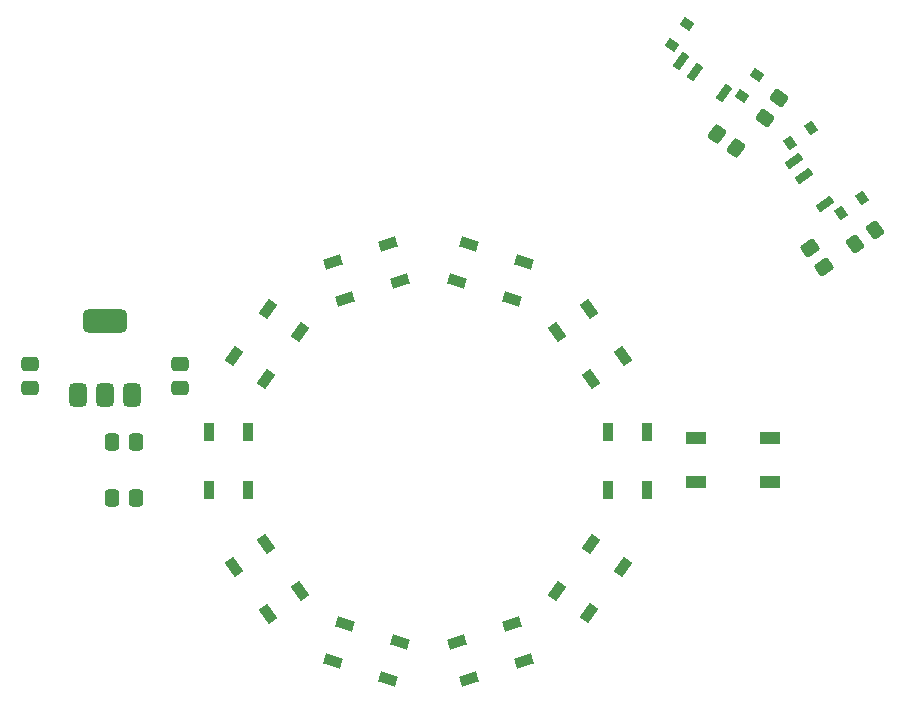
<source format=gbr>
%TF.GenerationSoftware,KiCad,Pcbnew,8.0.2*%
%TF.CreationDate,2024-09-15T21:25:22+02:00*%
%TF.ProjectId,LED_Coaster,4c45445f-436f-4617-9374-65722e6b6963,rev?*%
%TF.SameCoordinates,Original*%
%TF.FileFunction,Paste,Top*%
%TF.FilePolarity,Positive*%
%FSLAX46Y46*%
G04 Gerber Fmt 4.6, Leading zero omitted, Abs format (unit mm)*
G04 Created by KiCad (PCBNEW 8.0.2) date 2024-09-15 21:25:22*
%MOMM*%
%LPD*%
G01*
G04 APERTURE LIST*
G04 Aperture macros list*
%AMRoundRect*
0 Rectangle with rounded corners*
0 $1 Rounding radius*
0 $2 $3 $4 $5 $6 $7 $8 $9 X,Y pos of 4 corners*
0 Add a 4 corners polygon primitive as box body*
4,1,4,$2,$3,$4,$5,$6,$7,$8,$9,$2,$3,0*
0 Add four circle primitives for the rounded corners*
1,1,$1+$1,$2,$3*
1,1,$1+$1,$4,$5*
1,1,$1+$1,$6,$7*
1,1,$1+$1,$8,$9*
0 Add four rect primitives between the rounded corners*
20,1,$1+$1,$2,$3,$4,$5,0*
20,1,$1+$1,$4,$5,$6,$7,0*
20,1,$1+$1,$6,$7,$8,$9,0*
20,1,$1+$1,$8,$9,$2,$3,0*%
%AMRotRect*
0 Rectangle, with rotation*
0 The origin of the aperture is its center*
0 $1 length*
0 $2 width*
0 $3 Rotation angle, in degrees counterclockwise*
0 Add horizontal line*
21,1,$1,$2,0,0,$3*%
G04 Aperture macros list end*
%ADD10R,1.800000X1.100000*%
%ADD11RoundRect,0.250000X-0.173027X0.527434X-0.555088X0.001573X0.173027X-0.527434X0.555088X-0.001573X0*%
%ADD12RoundRect,0.250000X-0.001573X0.555088X-0.527434X0.173027X0.001573X-0.555088X0.527434X-0.173027X0*%
%ADD13RotRect,1.500000X0.900000X18.000000*%
%ADD14RoundRect,0.250000X0.337500X0.475000X-0.337500X0.475000X-0.337500X-0.475000X0.337500X-0.475000X0*%
%ADD15RotRect,1.000000X0.800000X126.000000*%
%ADD16RotRect,0.700000X1.500000X126.000000*%
%ADD17RotRect,1.500000X0.900000X342.000000*%
%ADD18RotRect,1.500000X0.900000X234.000000*%
%ADD19RotRect,1.500000X0.900000X162.000000*%
%ADD20RotRect,1.500000X0.900000X198.000000*%
%ADD21RotRect,1.500000X0.900000X126.000000*%
%ADD22RotRect,1.500000X0.900000X306.000000*%
%ADD23RoundRect,0.250000X0.547659X0.158333X-0.018653X0.569782X-0.547659X-0.158333X0.018653X-0.569782X0*%
%ADD24RoundRect,0.375000X0.375000X-0.625000X0.375000X0.625000X-0.375000X0.625000X-0.375000X-0.625000X0*%
%ADD25RoundRect,0.500000X1.400000X-0.500000X1.400000X0.500000X-1.400000X0.500000X-1.400000X-0.500000X0*%
%ADD26RotRect,1.000000X0.800000X144.000000*%
%ADD27RotRect,0.700000X1.500000X144.000000*%
%ADD28RoundRect,0.250000X0.475000X-0.337500X0.475000X0.337500X-0.475000X0.337500X-0.475000X-0.337500X0*%
%ADD29R,0.900000X1.500000*%
%ADD30RoundRect,0.250000X0.569782X-0.018653X0.158333X0.547659X-0.569782X0.018653X-0.158333X-0.547659X0*%
%ADD31RoundRect,0.250000X-0.475000X0.337500X-0.475000X-0.337500X0.475000X-0.337500X0.475000X0.337500X0*%
%ADD32RotRect,1.500000X0.900000X54.000000*%
%ADD33RoundRect,0.250000X-0.337500X-0.475000X0.337500X-0.475000X0.337500X0.475000X-0.337500X0.475000X0*%
G04 APERTURE END LIST*
D10*
%TO.C,SW1*%
X172700000Y-78020000D03*
X178900000Y-78020000D03*
X172700000Y-81720000D03*
X178900000Y-81720000D03*
%TD*%
D11*
%TO.C,D32*%
X179686480Y-49255758D03*
X178481520Y-50914242D03*
%TD*%
D12*
%TO.C,D31*%
X187787242Y-60404520D03*
X186128758Y-61609480D03*
%TD*%
D13*
%TO.C,D29*%
X152392549Y-95272046D03*
X153412306Y-98410534D03*
X158072483Y-96896352D03*
X157052726Y-93757864D03*
%TD*%
D14*
%TO.C,C1*%
X125257500Y-78342500D03*
X123182500Y-78342500D03*
%TD*%
D15*
%TO.C,SW2*%
X184926000Y-58975000D03*
X186713927Y-57675994D03*
X180635168Y-53069175D03*
X182423095Y-51770170D03*
D16*
X183577240Y-58224436D03*
X181813884Y-55797385D03*
X180932206Y-54583860D03*
%TD*%
D17*
%TO.C,D28*%
X142955423Y-93734505D03*
X141935666Y-96872993D03*
X146595843Y-98387175D03*
X147615600Y-95248687D03*
%TD*%
D18*
%TO.C,D25*%
X139124101Y-69069965D03*
X136454345Y-67130274D03*
X133574197Y-71094457D03*
X136243953Y-73034148D03*
%TD*%
D19*
%TO.C,D23*%
X157044467Y-66255033D03*
X158064224Y-63116545D03*
X153404047Y-61602363D03*
X152384290Y-64740851D03*
%TD*%
D20*
%TO.C,D24*%
X147610955Y-64743371D03*
X146591198Y-61604883D03*
X141931021Y-63119065D03*
X142950778Y-66257553D03*
%TD*%
D21*
%TO.C,D22*%
X163783155Y-73003996D03*
X166452911Y-71064305D03*
X163572763Y-67100122D03*
X160903007Y-69039813D03*
%TD*%
D22*
%TO.C,D27*%
X136215656Y-86990312D03*
X133545900Y-88930003D03*
X136426048Y-92894186D03*
X139095804Y-90954495D03*
%TD*%
D23*
%TO.C,R8*%
X176083017Y-53466785D03*
X174464983Y-52291215D03*
%TD*%
D24*
%TO.C,U2*%
X120332500Y-74373750D03*
X122632500Y-74373750D03*
D25*
X122632500Y-68073750D03*
D24*
X124932500Y-74373750D03*
%TD*%
D26*
%TO.C,SW3*%
X176544000Y-49069000D03*
X177843005Y-47281073D03*
X170638175Y-44778168D03*
X171937181Y-42990241D03*
D27*
X175029315Y-48771962D03*
X172602264Y-47008606D03*
X171388739Y-46126928D03*
%TD*%
D28*
%TO.C,C4*%
X116282500Y-73823750D03*
X116282500Y-71748750D03*
%TD*%
D29*
%TO.C,D21*%
X165250000Y-82450000D03*
X168550000Y-82450000D03*
X168550000Y-77550000D03*
X165250000Y-77550000D03*
%TD*%
D30*
%TO.C,R7*%
X183529000Y-63547000D03*
X182353430Y-61928966D03*
%TD*%
D31*
%TO.C,C5*%
X128982500Y-71748750D03*
X128982500Y-73823750D03*
%TD*%
D29*
%TO.C,D26*%
X134760886Y-77523211D03*
X131460886Y-77523211D03*
X131460886Y-82423211D03*
X134760886Y-82423211D03*
%TD*%
D32*
%TO.C,D30*%
X160898305Y-90930330D03*
X163568061Y-92870021D03*
X166448209Y-88905838D03*
X163778453Y-86966147D03*
%TD*%
D33*
%TO.C,C2*%
X123182500Y-83105000D03*
X125257500Y-83105000D03*
%TD*%
M02*

</source>
